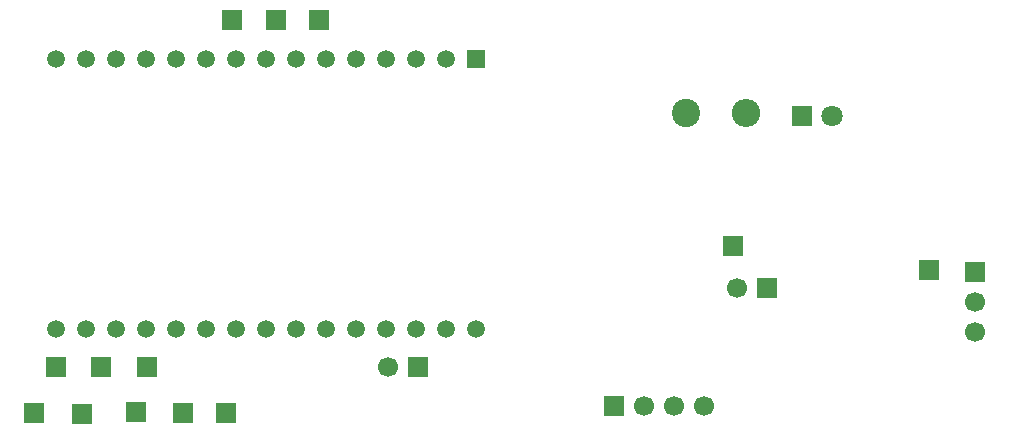
<source format=gbr>
%TF.GenerationSoftware,KiCad,Pcbnew,9.0.1*%
%TF.CreationDate,2025-04-22T17:47:58+03:00*%
%TF.ProjectId,plata,706c6174-612e-46b6-9963-61645f706362,rev?*%
%TF.SameCoordinates,Original*%
%TF.FileFunction,Copper,L2,Bot*%
%TF.FilePolarity,Positive*%
%FSLAX46Y46*%
G04 Gerber Fmt 4.6, Leading zero omitted, Abs format (unit mm)*
G04 Created by KiCad (PCBNEW 9.0.1) date 2025-04-22 17:47:58*
%MOMM*%
%LPD*%
G01*
G04 APERTURE LIST*
%TA.AperFunction,ComponentPad*%
%ADD10R,1.700000X1.700000*%
%TD*%
%TA.AperFunction,ComponentPad*%
%ADD11C,1.700000*%
%TD*%
%TA.AperFunction,ComponentPad*%
%ADD12R,1.500000X1.500000*%
%TD*%
%TA.AperFunction,ComponentPad*%
%ADD13C,1.500000*%
%TD*%
%TA.AperFunction,ComponentPad*%
%ADD14C,2.400000*%
%TD*%
%TA.AperFunction,ComponentPad*%
%ADD15O,2.400000X2.400000*%
%TD*%
%TA.AperFunction,ComponentPad*%
%ADD16R,1.800000X1.800000*%
%TD*%
%TA.AperFunction,ComponentPad*%
%ADD17C,1.800000*%
%TD*%
G04 APERTURE END LIST*
D10*
%TO.P,REF\u002A\u002A,1*%
%TO.N,N/C*%
X194560000Y-150800000D03*
D11*
%TO.P,REF\u002A\u002A,2*%
X197100000Y-150800000D03*
%TO.P,REF\u002A\u002A,3*%
X199640000Y-150800000D03*
%TO.P,REF\u002A\u002A,4*%
X202180000Y-150800000D03*
%TD*%
D10*
%TO.P,REF\u002A\u002A,1*%
%TO.N,N/C*%
X221200000Y-139300000D03*
%TD*%
%TO.P,REF\u002A\u002A,1*%
%TO.N,N/C*%
X161700000Y-151400000D03*
%TD*%
%TO.P,REF\u002A\u002A,1*%
%TO.N,N/C*%
X149500000Y-151450000D03*
%TD*%
%TO.P,REF\u002A\u002A,1*%
%TO.N,N/C*%
X147300000Y-147500000D03*
%TD*%
%TO.P,REF\u002A\u002A,1*%
%TO.N,N/C*%
X177940000Y-147500000D03*
D11*
%TO.P,REF\u002A\u002A,2*%
X175400000Y-147500000D03*
%TD*%
D10*
%TO.P,REF\u002A\u002A,1*%
%TO.N,N/C*%
X162200000Y-118100000D03*
%TD*%
%TO.P,REF\u002A\u002A,1*%
%TO.N,N/C*%
X154050000Y-151350000D03*
%TD*%
%TO.P,REF\u002A\u002A,1*%
%TO.N,N/C*%
X204600000Y-137300000D03*
%TD*%
%TO.P,REF\u002A\u002A,1*%
%TO.N,N/C*%
X151100000Y-147500000D03*
%TD*%
%TO.P,REF\u002A\u002A,1*%
%TO.N,N/C*%
X165900000Y-118100000D03*
%TD*%
%TO.P,REF\u002A\u002A,1*%
%TO.N,N/C*%
X225100000Y-139500000D03*
D11*
%TO.P,REF\u002A\u002A,2*%
X225100000Y-142040000D03*
%TO.P,REF\u002A\u002A,3*%
X225100000Y-144580000D03*
%TD*%
D10*
%TO.P,REF\u002A\u002A,1*%
%TO.N,N/C*%
X169600000Y-118100000D03*
%TD*%
%TO.P,REF\u002A\u002A,1*%
%TO.N,N/C*%
X207475000Y-140800000D03*
D11*
%TO.P,REF\u002A\u002A,2*%
X204935000Y-140800000D03*
%TD*%
D12*
%TO.P,U1,1,GND*%
%TO.N,N/C*%
X182880000Y-121400000D03*
D13*
%TO.P,U1,2,3V3*%
X180340000Y-121400000D03*
%TO.P,U1,3,3V3*%
X177800000Y-121400000D03*
%TO.P,U1,4,IO2*%
X175260000Y-121400000D03*
%TO.P,U1,5,IO3*%
X172720000Y-121400000D03*
%TO.P,U1,6,GND*%
X170180000Y-121400000D03*
%TO.P,U1,7,RST*%
X167640000Y-121400000D03*
%TO.P,U1,8,GND*%
X165100000Y-121400000D03*
%TO.P,U1,9,IO0*%
X162560000Y-121400000D03*
%TO.P,U1,10,IO1*%
X160020000Y-121400000D03*
%TO.P,U1,11,IO10*%
X157480000Y-121400000D03*
%TO.P,U1,12,GND*%
X154940000Y-121400000D03*
%TO.P,U1,13,5V*%
X152400000Y-121400000D03*
%TO.P,U1,14,5V*%
X149860000Y-121400000D03*
%TO.P,U1,15,GND*%
X147320000Y-121400000D03*
%TO.P,U1,16,GND*%
X147320000Y-144260000D03*
%TO.P,U1,17,IO19*%
X149860000Y-144260000D03*
%TO.P,U1,18,IO18*%
X152400000Y-144260000D03*
%TO.P,U1,19,GND*%
X154940000Y-144260000D03*
%TO.P,U1,20,IO4*%
X157480000Y-144260000D03*
%TO.P,U1,21,IO5*%
X160020000Y-144260000D03*
%TO.P,U1,22,IO6*%
X162560000Y-144260000D03*
%TO.P,U1,23,IO7*%
X165100000Y-144260000D03*
%TO.P,U1,24,GND*%
X167640000Y-144260000D03*
%TO.P,U1,25,IO8*%
X170180000Y-144260000D03*
%TO.P,U1,26,IO9*%
X172720000Y-144260000D03*
%TO.P,U1,27,GND*%
X175260000Y-144260000D03*
%TO.P,U1,28,RX*%
X177800000Y-144260000D03*
%TO.P,U1,29,TX*%
X180340000Y-144260000D03*
%TO.P,U1,30,GND*%
X182880000Y-144260000D03*
%TD*%
D10*
%TO.P,REF\u002A\u002A,1*%
%TO.N,N/C*%
X158100000Y-151400000D03*
%TD*%
%TO.P,REF\u002A\u002A,1*%
%TO.N,N/C*%
X145450000Y-151400000D03*
%TD*%
D14*
%TO.P,REF\u002A\u002A,1*%
%TO.N,N/C*%
X200670000Y-126000000D03*
D15*
%TO.P,REF\u002A\u002A,2*%
X205750000Y-126000000D03*
%TD*%
D16*
%TO.P,REF\u002A\u002A,1*%
%TO.N,N/C*%
X210500000Y-126250000D03*
D17*
%TO.P,REF\u002A\u002A,2*%
X213040000Y-126250000D03*
%TD*%
D10*
%TO.P,REF\u002A\u002A,1*%
%TO.N,N/C*%
X155000000Y-147500000D03*
%TD*%
M02*

</source>
